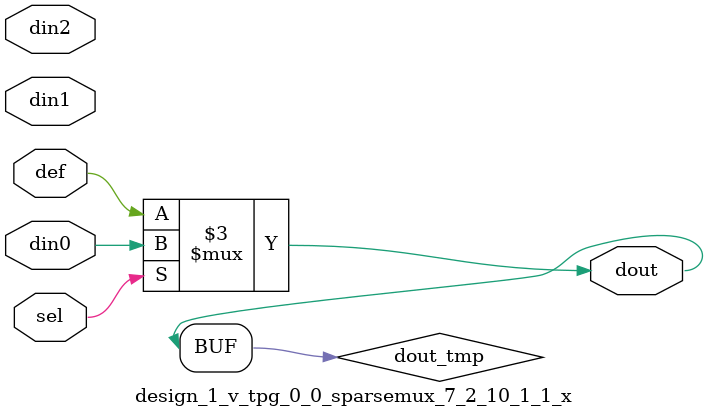
<source format=v>
`timescale 1ns / 1ps

module design_1_v_tpg_0_0_sparsemux_7_2_10_1_1_x (din0,din1,din2,def,sel,dout);

parameter din0_WIDTH = 1;

parameter din1_WIDTH = 1;

parameter din2_WIDTH = 1;

parameter def_WIDTH = 1;
parameter sel_WIDTH = 1;
parameter dout_WIDTH = 1;

parameter [sel_WIDTH-1:0] CASE0 = 1;

parameter [sel_WIDTH-1:0] CASE1 = 1;

parameter [sel_WIDTH-1:0] CASE2 = 1;

parameter ID = 1;
parameter NUM_STAGE = 1;



input [din0_WIDTH-1:0] din0;

input [din1_WIDTH-1:0] din1;

input [din2_WIDTH-1:0] din2;

input [def_WIDTH-1:0] def;
input [sel_WIDTH-1:0] sel;

output [dout_WIDTH-1:0] dout;



reg [dout_WIDTH-1:0] dout_tmp;


always @ (*) begin
(* parallel_case *) case (sel)
    
    CASE0 : dout_tmp = din0;
    
    CASE1 : dout_tmp = din1;
    
    CASE2 : dout_tmp = din2;
    
    default : dout_tmp = def;
endcase
end


assign dout = dout_tmp;



endmodule

</source>
